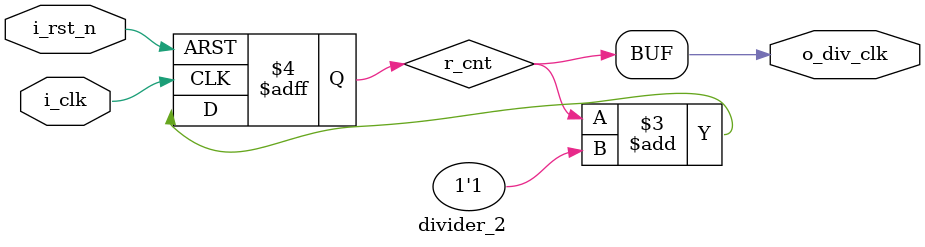
<source format=v>
module divider_2 (i_clk, i_rst_n, o_div_clk);
    input i_clk;
    input i_rst_n;
    output o_div_clk;
    reg r_cnt;
    
    always @ (posedge i_clk or negedge i_rst_n)
        begin
            if (!i_rst_n)
                r_cnt <= 0;
            else
                r_cnt <= r_cnt + 1'b1;
        end
        
    assign o_div_clk = r_cnt;

endmodule

</source>
